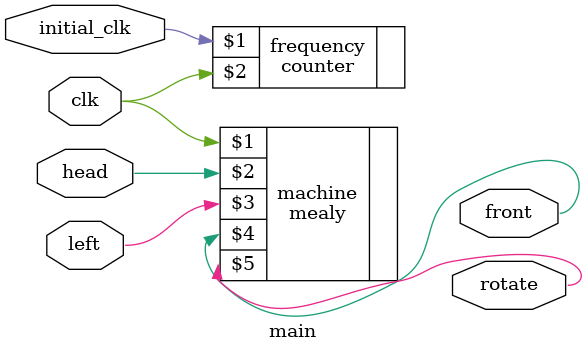
<source format=v>
`include "modules/mealy.v"
`include "modules/counter.v"

module main #(parameter clk_frequency = 1) (initial_clk, clk, head, left, front, rotate);
    input initial_clk, clk, head, left;
    output front, rotate;

    counter #(clk_frequency) frequency(initial_clk, clk);
    mealy machine(clk, head, left, front, rotate);
endmodule
</source>
